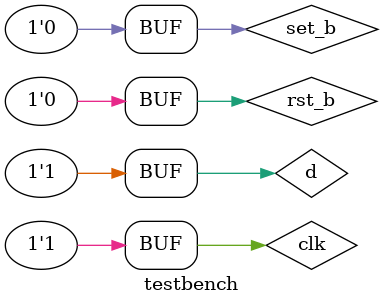
<source format=sv>

module testbench;
reg d,set_b,rst_b,clk;
wire q,q_bar;
initial 
  begin
  	$dumpfile ("dump.vcd");
  	$dumpvars(1, testbench);
	d= 1'b1;
	repeat(40)  
      #13 d=~d;
	end
	initial 
      begin
		set_b= 1'b1;
		repeat (5) 
          #110 set_b=~set_b;
		end
	initial 
      begin
		rst_b=1'b0;
		repeat (8) 
          #70 rst_b=~rst_b ;
		end
	initial 
      begin
		clk= 1'b0;
		repeat (3) 
          #150 clk=~clk;
		end

  D_FF N1(d,set_b,rst_b,clk,q,q_bar);
  
endmodule

</source>
